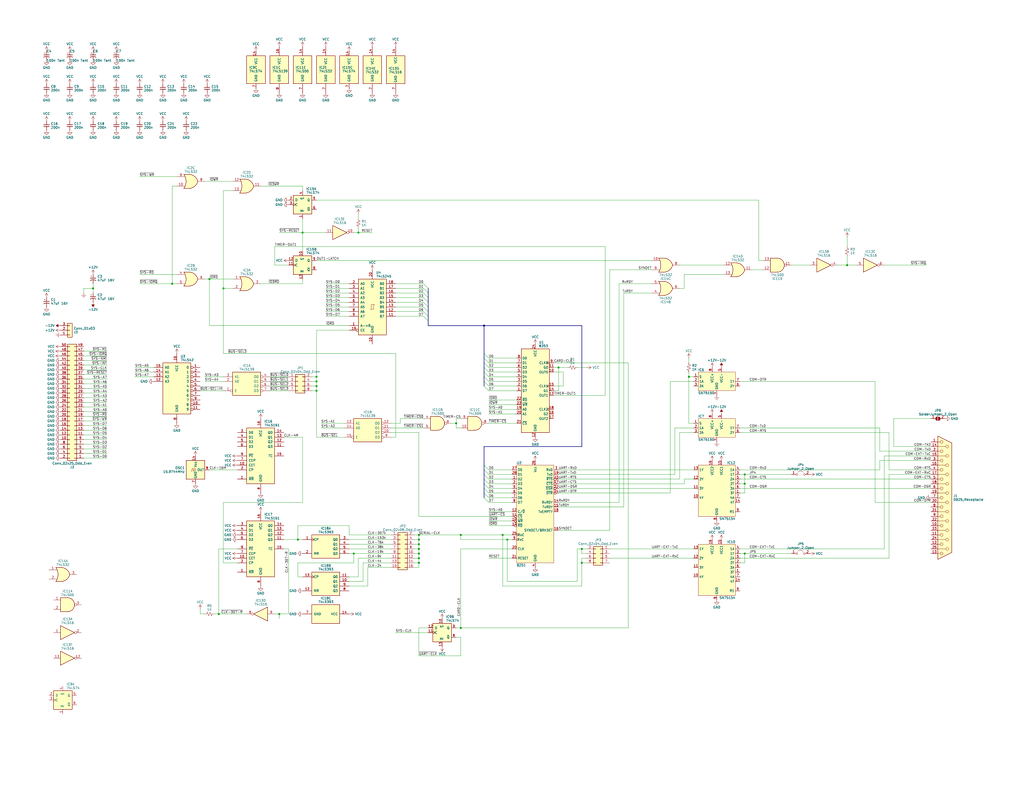
<source format=kicad_sch>
(kicad_sch (version 20230121) (generator eeschema)
  (paper "C")
  (junction (at 462.28 144.78))
  (junction (at 172.72 208.28))
  (junction (at 228.6 307.34))
  (junction (at 172.72 213.36))
  (junction (at 121.92 157.48))
  (junction (at 172.72 210.82))
  (junction (at 228.6 304.8))
  (junction (at 228.6 299.72))
  (junction (at 251.46 292.1))
  (junction (at 162.56 294.64))
  (junction (at 375.92 205.74))
  (junction (at 248.92 231.14))
  (junction (at 317.5 307.34))
  (junction (at 228.6 292.1))
  (junction (at 317.5 299.72))
  (junction (at 228.6 297.18))
  (junction (at 264.16 177.8))
  (junction (at 274.32 292.1))
  (junction (at 50.8 157.48))
  (junction (at 165.1 127))
  (junction (at 195.58 127))
  (junction (at 304.8 200.66))
  (junction (at 193.04 302.26))
  (junction (at 406.4 259.08))
  (junction (at 114.3 152.4))
  (junction (at 228.6 294.64))
  (junction (at 119.38 335.28))
  (junction (at 93.98 154.94))
  (junction (at 228.6 302.26))
  (junction (at 406.4 264.16))
  (junction (at 172.72 205.74))
  (junction (at 276.86 294.64))
  (junction (at 251.46 342.9))
  (junction (at 152.4 335.28))
  (junction (at 406.4 302.26))
  (bus_entry (at 231.14 162.56) (size 2.54 2.54))
  (bus_entry (at 264.16 261.62) (size 2.54 2.54))
  (bus_entry (at 264.16 198.12) (size 2.54 2.54))
  (bus_entry (at 264.16 195.58) (size 2.54 2.54))
  (bus_entry (at 264.16 254) (size 2.54 2.54))
  (bus_entry (at 264.16 203.2) (size 2.54 2.54))
  (bus_entry (at 231.14 157.48) (size 2.54 2.54))
  (bus_entry (at 264.16 264.16) (size 2.54 2.54))
  (bus_entry (at 231.14 154.94) (size 2.54 2.54))
  (bus_entry (at 231.14 172.72) (size 2.54 2.54))
  (bus_entry (at 264.16 271.78) (size 2.54 2.54))
  (bus_entry (at 264.16 205.74) (size 2.54 2.54))
  (bus_entry (at 264.16 210.82) (size 2.54 2.54))
  (bus_entry (at 264.16 193.04) (size 2.54 2.54))
  (bus_entry (at 231.14 165.1) (size 2.54 2.54))
  (bus_entry (at 231.14 170.18) (size 2.54 2.54))
  (bus_entry (at 231.14 167.64) (size 2.54 2.54))
  (bus_entry (at 264.16 200.66) (size 2.54 2.54))
  (bus_entry (at 264.16 269.24) (size 2.54 2.54))
  (bus_entry (at 264.16 259.08) (size 2.54 2.54))
  (bus_entry (at 264.16 256.54) (size 2.54 2.54))
  (bus_entry (at 231.14 160.02) (size 2.54 2.54))
  (bus_entry (at 264.16 266.7) (size 2.54 2.54))
  (bus_entry (at 264.16 208.28) (size 2.54 2.54))
  (wire (pts (xy 403.86 266.7) (xy 508 266.7)))
  (wire (pts (xy 231.14 162.56) (xy 215.9 162.56)))
  (wire (pts (xy 304.8 256.54) (xy 378.46 256.54)))
  (wire (pts (xy 177.8 172.72) (xy 190.5 172.72)))
  (wire (pts (xy 414.02 142.24) (xy 414.02 109.22)))
  (wire (pts (xy 58.42 196.85) (xy 45.72 196.85)))
  (wire (pts (xy 480.06 233.68) (xy 480.06 246.38)))
  (wire (pts (xy 116.84 335.28) (xy 119.38 335.28)))
  (wire (pts (xy 482.6 248.92) (xy 508 248.92)))
  (wire (pts (xy 73.66 203.2) (xy 83.82 203.2)))
  (bus (pts (xy 233.68 165.1) (xy 233.68 167.64)))
  (wire (pts (xy 317.5 307.34) (xy 320.04 307.34)))
  (wire (pts (xy 50.8 157.48) (xy 50.8 160.02)))
  (wire (pts (xy 45.72 157.48) (xy 50.8 157.48)))
  (wire (pts (xy 403.86 264.16) (xy 406.4 264.16)))
  (wire (pts (xy 121.92 193.04) (xy 121.92 157.48)))
  (wire (pts (xy 251.46 342.9) (xy 251.46 299.72)))
  (wire (pts (xy 76.2 149.86) (xy 96.52 149.86)))
  (wire (pts (xy 58.42 240.03) (xy 45.72 240.03)))
  (wire (pts (xy 251.46 347.98) (xy 251.46 358.14)))
  (wire (pts (xy 162.56 287.02) (xy 190.5 287.02)))
  (wire (pts (xy 332.74 147.32) (xy 332.74 289.56)))
  (bus (pts (xy 264.16 269.24) (xy 264.16 266.7)))
  (wire (pts (xy 462.28 139.7) (xy 462.28 144.78)))
  (wire (pts (xy 266.7 213.36) (xy 281.94 213.36)))
  (wire (pts (xy 58.42 212.09) (xy 45.72 212.09)))
  (wire (pts (xy 58.42 222.25) (xy 45.72 222.25)))
  (wire (pts (xy 332.74 299.72) (xy 378.46 299.72)))
  (wire (pts (xy 58.42 232.41) (xy 45.72 232.41)))
  (wire (pts (xy 152.4 335.28) (xy 152.4 337.82)))
  (wire (pts (xy 462.28 129.54) (xy 462.28 134.62)))
  (wire (pts (xy 485.14 236.22) (xy 485.14 256.54)))
  (wire (pts (xy 226.06 297.18) (xy 228.6 297.18)))
  (wire (pts (xy 218.44 228.6) (xy 231.14 228.6)))
  (wire (pts (xy 96.52 101.6) (xy 93.98 101.6)))
  (wire (pts (xy 403.86 307.34) (xy 406.4 307.34)))
  (wire (pts (xy 58.42 219.71) (xy 45.72 219.71)))
  (wire (pts (xy 149.86 144.78) (xy 157.48 144.78)))
  (wire (pts (xy 487.68 228.6) (xy 508 228.6)))
  (wire (pts (xy 195.58 116.84) (xy 195.58 119.38)))
  (wire (pts (xy 375.92 203.2) (xy 375.92 205.74)))
  (bus (pts (xy 264.16 254) (xy 264.16 243.84)))
  (wire (pts (xy 162.56 287.02) (xy 162.56 294.64)))
  (bus (pts (xy 264.16 208.28) (xy 264.16 210.82)))
  (wire (pts (xy 314.96 299.72) (xy 317.5 299.72)))
  (wire (pts (xy 375.92 231.14) (xy 375.92 205.74)))
  (wire (pts (xy 111.76 152.4) (xy 114.3 152.4)))
  (wire (pts (xy 172.72 210.82) (xy 172.72 208.28)))
  (wire (pts (xy 251.46 358.14) (xy 228.6 358.14)))
  (wire (pts (xy 58.42 229.87) (xy 45.72 229.87)))
  (wire (pts (xy 480.06 256.54) (xy 480.06 251.46)))
  (wire (pts (xy 152.4 127) (xy 165.1 127)))
  (wire (pts (xy 76.2 154.94) (xy 93.98 154.94)))
  (wire (pts (xy 190.5 297.18) (xy 213.36 297.18)))
  (wire (pts (xy 58.42 224.79) (xy 45.72 224.79)))
  (wire (pts (xy 477.52 208.28) (xy 477.52 274.32)))
  (wire (pts (xy 165.1 101.6) (xy 165.1 104.14)))
  (wire (pts (xy 231.14 172.72) (xy 215.9 172.72)))
  (wire (pts (xy 406.4 302.26) (xy 431.8 302.26)))
  (wire (pts (xy 337.82 154.94) (xy 337.82 274.32)))
  (wire (pts (xy 266.7 261.62) (xy 279.4 261.62)))
  (wire (pts (xy 170.18 213.36) (xy 172.72 213.36)))
  (wire (pts (xy 119.38 299.72) (xy 129.54 299.72)))
  (wire (pts (xy 302.26 203.2) (xy 307.34 203.2)))
  (wire (pts (xy 215.9 238.76) (xy 215.9 193.04)))
  (wire (pts (xy 193.04 307.34) (xy 162.56 307.34)))
  (wire (pts (xy 190.5 299.72) (xy 213.36 299.72)))
  (wire (pts (xy 121.92 307.34) (xy 121.92 274.32)))
  (bus (pts (xy 264.16 193.04) (xy 264.16 195.58)))
  (wire (pts (xy 226.06 302.26) (xy 228.6 302.26)))
  (wire (pts (xy 431.8 259.08) (xy 406.4 259.08)))
  (wire (pts (xy 231.14 154.94) (xy 215.9 154.94)))
  (wire (pts (xy 266.7 226.06) (xy 281.94 226.06)))
  (wire (pts (xy 154.94 294.64) (xy 162.56 294.64)))
  (wire (pts (xy 373.38 261.62) (xy 373.38 264.16)))
  (wire (pts (xy 251.46 233.68) (xy 248.92 233.68)))
  (wire (pts (xy 177.8 167.64) (xy 190.5 167.64)))
  (wire (pts (xy 172.72 213.36) (xy 172.72 210.82)))
  (wire (pts (xy 266.7 284.48) (xy 279.4 284.48)))
  (wire (pts (xy 266.7 205.74) (xy 281.94 205.74)))
  (wire (pts (xy 215.9 193.04) (xy 121.92 193.04)))
  (wire (pts (xy 195.58 314.96) (xy 195.58 304.8)))
  (wire (pts (xy 441.96 144.78) (xy 431.8 144.78)))
  (wire (pts (xy 193.04 127) (xy 195.58 127)))
  (wire (pts (xy 340.36 160.02) (xy 340.36 276.86)))
  (wire (pts (xy 304.8 200.66) (xy 302.26 200.66)))
  (wire (pts (xy 307.34 210.82) (xy 302.26 210.82)))
  (wire (pts (xy 58.42 214.63) (xy 45.72 214.63)))
  (wire (pts (xy 248.92 228.6) (xy 251.46 228.6)))
  (bus (pts (xy 233.68 170.18) (xy 233.68 172.72)))
  (wire (pts (xy 111.76 335.28) (xy 109.22 335.28)))
  (wire (pts (xy 266.7 218.44) (xy 281.94 218.44)))
  (wire (pts (xy 111.76 208.28) (xy 121.92 208.28)))
  (wire (pts (xy 373.38 157.48) (xy 370.84 157.48)))
  (wire (pts (xy 58.42 191.77) (xy 45.72 191.77)))
  (wire (pts (xy 274.32 292.1) (xy 279.4 292.1)))
  (wire (pts (xy 165.1 238.76) (xy 154.94 238.76)))
  (wire (pts (xy 314.96 200.66) (xy 320.04 200.66)))
  (wire (pts (xy 302.26 213.36) (xy 304.8 213.36)))
  (wire (pts (xy 228.6 342.9) (xy 233.68 342.9)))
  (wire (pts (xy 403.86 208.28) (xy 477.52 208.28)))
  (wire (pts (xy 58.42 245.11) (xy 45.72 245.11)))
  (wire (pts (xy 248.92 342.9) (xy 251.46 342.9)))
  (wire (pts (xy 410.21 147.32) (xy 416.56 147.32)))
  (wire (pts (xy 190.5 292.1) (xy 213.36 292.1)))
  (wire (pts (xy 266.7 256.54) (xy 279.4 256.54)))
  (wire (pts (xy 165.1 127) (xy 165.1 119.38)))
  (wire (pts (xy 190.5 180.34) (xy 172.72 180.34)))
  (wire (pts (xy 226.06 299.72) (xy 228.6 299.72)))
  (wire (pts (xy 73.66 205.74) (xy 83.82 205.74)))
  (wire (pts (xy 485.14 304.8) (xy 485.14 259.08)))
  (wire (pts (xy 403.86 256.54) (xy 480.06 256.54)))
  (wire (pts (xy 58.42 204.47) (xy 45.72 204.47)))
  (wire (pts (xy 251.46 342.9) (xy 342.9 342.9)))
  (wire (pts (xy 228.6 304.8) (xy 228.6 307.34)))
  (wire (pts (xy 332.74 304.8) (xy 378.46 304.8)))
  (wire (pts (xy 368.3 259.08) (xy 368.3 233.68)))
  (bus (pts (xy 264.16 205.74) (xy 264.16 208.28)))
  (wire (pts (xy 58.42 194.31) (xy 45.72 194.31)))
  (bus (pts (xy 264.16 177.8) (xy 264.16 193.04)))
  (wire (pts (xy 177.8 154.94) (xy 190.5 154.94)))
  (wire (pts (xy 111.76 205.74) (xy 121.92 205.74)))
  (wire (pts (xy 304.8 259.08) (xy 368.3 259.08)))
  (wire (pts (xy 73.66 200.66) (xy 83.82 200.66)))
  (wire (pts (xy 375.92 205.74) (xy 378.46 205.74)))
  (wire (pts (xy 177.8 160.02) (xy 190.5 160.02)))
  (wire (pts (xy 177.8 170.18) (xy 190.5 170.18)))
  (wire (pts (xy 228.6 299.72) (xy 228.6 302.26)))
  (wire (pts (xy 317.5 299.72) (xy 317.5 302.26)))
  (wire (pts (xy 276.86 294.64) (xy 276.86 317.5)))
  (wire (pts (xy 332.74 289.56) (xy 304.8 289.56)))
  (wire (pts (xy 508 243.84) (xy 487.68 243.84)))
  (wire (pts (xy 228.6 307.34) (xy 228.6 309.88)))
  (wire (pts (xy 482.6 144.78) (xy 505.46 144.78)))
  (wire (pts (xy 309.88 200.66) (xy 304.8 200.66)))
  (wire (pts (xy 228.6 292.1) (xy 251.46 292.1)))
  (wire (pts (xy 172.72 205.74) (xy 170.18 205.74)))
  (bus (pts (xy 233.68 167.64) (xy 233.68 170.18)))
  (wire (pts (xy 114.3 177.8) (xy 114.3 152.4)))
  (wire (pts (xy 228.6 358.14) (xy 228.6 342.9)))
  (wire (pts (xy 248.92 347.98) (xy 251.46 347.98)))
  (wire (pts (xy 226.06 292.1) (xy 228.6 292.1)))
  (wire (pts (xy 175.26 233.68) (xy 187.96 233.68)))
  (wire (pts (xy 251.46 299.72) (xy 279.4 299.72)))
  (wire (pts (xy 266.7 198.12) (xy 281.94 198.12)))
  (wire (pts (xy 480.06 246.38) (xy 508 246.38)))
  (wire (pts (xy 190.5 287.02) (xy 190.5 292.1)))
  (wire (pts (xy 226.06 304.8) (xy 228.6 304.8)))
  (wire (pts (xy 58.42 199.39) (xy 45.72 199.39)))
  (wire (pts (xy 162.56 307.34) (xy 162.56 314.96)))
  (wire (pts (xy 193.04 302.26) (xy 213.36 302.26)))
  (wire (pts (xy 58.42 207.01) (xy 45.72 207.01)))
  (bus (pts (xy 264.16 203.2) (xy 264.16 205.74)))
  (wire (pts (xy 228.6 297.18) (xy 228.6 299.72)))
  (wire (pts (xy 266.7 231.14) (xy 281.94 231.14)))
  (wire (pts (xy 170.18 208.28) (xy 172.72 208.28)))
  (wire (pts (xy 317.5 320.04) (xy 317.5 307.34)))
  (wire (pts (xy 157.48 205.74) (xy 147.32 205.74)))
  (wire (pts (xy 213.36 238.76) (xy 215.9 238.76)))
  (bus (pts (xy 264.16 261.62) (xy 264.16 259.08)))
  (wire (pts (xy 304.8 261.62) (xy 370.84 261.62)))
  (wire (pts (xy 142.24 101.6) (xy 165.1 101.6)))
  (wire (pts (xy 134.62 335.28) (xy 119.38 335.28)))
  (wire (pts (xy 190.5 302.26) (xy 193.04 302.26)))
  (wire (pts (xy 109.22 213.36) (xy 121.92 213.36)))
  (wire (pts (xy 342.9 342.9) (xy 342.9 198.12)))
  (wire (pts (xy 403.86 302.26) (xy 406.4 302.26)))
  (wire (pts (xy 129.54 307.34) (xy 121.92 307.34)))
  (wire (pts (xy 58.42 242.57) (xy 45.72 242.57)))
  (wire (pts (xy 368.3 233.68) (xy 378.46 233.68)))
  (wire (pts (xy 320.04 299.72) (xy 317.5 299.72)))
  (wire (pts (xy 480.06 251.46) (xy 508 251.46)))
  (wire (pts (xy 330.2 215.9) (xy 330.2 134.62)))
  (wire (pts (xy 228.6 236.22) (xy 213.36 236.22)))
  (wire (pts (xy 172.72 180.34) (xy 172.72 205.74)))
  (wire (pts (xy 248.92 231.14) (xy 248.92 228.6)))
  (wire (pts (xy 485.14 259.08) (xy 508 259.08)))
  (wire (pts (xy 403.86 261.62) (xy 508 261.62)))
  (bus (pts (xy 264.16 259.08) (xy 264.16 256.54)))
  (wire (pts (xy 403.86 304.8) (xy 485.14 304.8)))
  (wire (pts (xy 114.3 256.54) (xy 129.54 256.54)))
  (wire (pts (xy 109.22 335.28) (xy 109.22 332.74)))
  (wire (pts (xy 266.7 264.16) (xy 279.4 264.16)))
  (wire (pts (xy 332.74 147.32) (xy 355.6 147.32)))
  (wire (pts (xy 485.14 256.54) (xy 508 256.54)))
  (wire (pts (xy 162.56 314.96) (xy 165.1 314.96)))
  (wire (pts (xy 340.36 160.02) (xy 355.6 160.02)))
  (wire (pts (xy 266.7 287.02) (xy 279.4 287.02)))
  (wire (pts (xy 373.38 261.62) (xy 378.46 261.62)))
  (wire (pts (xy 406.4 264.16) (xy 406.4 259.08)))
  (wire (pts (xy 157.48 213.36) (xy 147.32 213.36)))
  (wire (pts (xy 266.7 269.24) (xy 279.4 269.24)))
  (bus (pts (xy 264.16 264.16) (xy 264.16 261.62)))
  (wire (pts (xy 373.38 149.86) (xy 394.97 149.86)))
  (wire (pts (xy 228.6 294.64) (xy 228.6 297.18)))
  (wire (pts (xy 111.76 99.06) (xy 127 99.06)))
  (wire (pts (xy 266.7 208.28) (xy 281.94 208.28)))
  (wire (pts (xy 170.18 210.82) (xy 172.72 210.82)))
  (wire (pts (xy 370.84 236.22) (xy 378.46 236.22)))
  (wire (pts (xy 121.92 157.48) (xy 127 157.48)))
  (wire (pts (xy 177.8 157.48) (xy 190.5 157.48)))
  (wire (pts (xy 228.6 292.1) (xy 228.6 294.64)))
  (wire (pts (xy 142.24 154.94) (xy 165.1 154.94)))
  (wire (pts (xy 76.2 96.52) (xy 96.52 96.52)))
  (wire (pts (xy 266.7 271.78) (xy 279.4 271.78)))
  (wire (pts (xy 406.4 269.24) (xy 406.4 264.16)))
  (wire (pts (xy 375.92 195.58) (xy 375.92 198.12)))
  (wire (pts (xy 187.96 238.76) (xy 172.72 238.76)))
  (bus (pts (xy 233.68 162.56) (xy 233.68 165.1)))
  (wire (pts (xy 304.8 266.7) (xy 378.46 266.7)))
  (wire (pts (xy 121.92 104.14) (xy 127 104.14)))
  (bus (pts (xy 317.5 177.8) (xy 264.16 177.8)))
  (wire (pts (xy 373.38 157.48) (xy 373.38 149.86)))
  (wire (pts (xy 93.98 101.6) (xy 93.98 154.94)))
  (wire (pts (xy 279.4 304.8) (xy 266.7 304.8)))
  (wire (pts (xy 304.8 276.86) (xy 340.36 276.86)))
  (wire (pts (xy 58.42 234.95) (xy 45.72 234.95)))
  (wire (pts (xy 342.9 198.12) (xy 302.26 198.12)))
  (wire (pts (xy 218.44 231.14) (xy 218.44 228.6)))
  (wire (pts (xy 165.1 294.64) (xy 162.56 294.64)))
  (wire (pts (xy 266.7 274.32) (xy 279.4 274.32)))
  (wire (pts (xy 276.86 294.64) (xy 251.46 294.64)))
  (wire (pts (xy 467.36 144.78) (xy 462.28 144.78)))
  (bus (pts (xy 233.68 172.72) (xy 233.68 175.26)))
  (wire (pts (xy 403.86 233.68) (xy 480.06 233.68)))
  (wire (pts (xy 149.86 335.28) (xy 152.4 335.28)))
  (wire (pts (xy 266.7 210.82) (xy 281.94 210.82)))
  (wire (pts (xy 266.7 279.4) (xy 279.4 279.4)))
  (bus (pts (xy 264.16 195.58) (xy 264.16 198.12)))
  (wire (pts (xy 378.46 208.28) (xy 365.76 208.28)))
  (wire (pts (xy 406.4 259.08) (xy 403.86 259.08)))
  (wire (pts (xy 165.1 274.32) (xy 165.1 238.76)))
  (wire (pts (xy 200.66 309.88) (xy 213.36 309.88)))
  (bus (pts (xy 264.16 243.84) (xy 317.5 243.84)))
  (wire (pts (xy 487.68 243.84) (xy 487.68 228.6)))
  (bus (pts (xy 233.68 175.26) (xy 233.68 177.8)))
  (wire (pts (xy 231.14 165.1) (xy 215.9 165.1)))
  (wire (pts (xy 226.06 307.34) (xy 228.6 307.34)))
  (wire (pts (xy 406.4 307.34) (xy 406.4 302.26)))
  (wire (pts (xy 302.26 215.9) (xy 330.2 215.9)))
  (wire (pts (xy 200.66 320.04) (xy 200.66 309.88)))
  (wire (pts (xy 157.48 299.72) (xy 154.94 299.72)))
  (bus (pts (xy 233.68 177.8) (xy 264.16 177.8)))
  (wire (pts (xy 274.32 292.1) (xy 274.32 320.04)))
  (wire (pts (xy 226.06 294.64) (xy 228.6 294.64)))
  (wire (pts (xy 228.6 302.26) (xy 228.6 304.8)))
  (wire (pts (xy 190.5 317.5) (xy 198.12 317.5)))
  (wire (pts (xy 231.14 170.18) (xy 215.9 170.18)))
  (wire (pts (xy 403.86 299.72) (xy 482.6 299.72)))
  (bus (pts (xy 264.16 256.54) (xy 264.16 254)))
  (wire (pts (xy 266.7 220.98) (xy 281.94 220.98)))
  (wire (pts (xy 149.86 134.62) (xy 149.86 144.78)))
  (wire (pts (xy 304.8 264.16) (xy 373.38 264.16)))
  (wire (pts (xy 365.76 269.24) (xy 304.8 269.24)))
  (wire (pts (xy 50.8 154.94) (xy 50.8 157.48)))
  (wire (pts (xy 121.92 157.48) (xy 121.92 104.14)))
  (wire (pts (xy 314.96 317.5) (xy 314.96 299.72)))
  (bus (pts (xy 233.68 160.02) (xy 233.68 162.56)))
  (bus (pts (xy 264.16 200.66) (xy 264.16 203.2)))
  (wire (pts (xy 157.48 208.28) (xy 147.32 208.28)))
  (bus (pts (xy 233.68 157.48) (xy 233.68 160.02)))
  (wire (pts (xy 198.12 317.5) (xy 198.12 307.34)))
  (wire (pts (xy 58.42 247.65) (xy 45.72 247.65)))
  (wire (pts (xy 462.28 144.78) (xy 457.2 144.78)))
  (wire (pts (xy 190.5 314.96) (xy 195.58 314.96)))
  (bus (pts (xy 264.16 198.12) (xy 264.16 200.66)))
  (wire (pts (xy 172.72 142.24) (xy 355.6 142.24)))
  (wire (pts (xy 416.56 142.24) (xy 414.02 142.24)))
  (bus (pts (xy 317.5 243.84) (xy 317.5 177.8)))
  (wire (pts (xy 370.84 261.62) (xy 370.84 236.22)))
  (wire (pts (xy 365.76 208.28) (xy 365.76 269.24)))
  (wire (pts (xy 119.38 335.28) (xy 119.38 299.72)))
  (wire (pts (xy 266.7 200.66) (xy 281.94 200.66)))
  (wire (pts (xy 231.14 233.68) (xy 213.36 233.68)))
  (wire (pts (xy 172.72 238.76) (xy 172.72 213.36)))
  (wire (pts (xy 165.1 152.4) (xy 165.1 154.94)))
  (wire (pts (xy 228.6 281.94) (xy 228.6 236.22)))
  (wire (pts (xy 177.8 162.56) (xy 190.5 162.56)))
  (wire (pts (xy 231.14 160.02) (xy 215.9 160.02)))
  (wire (pts (xy 193.04 302.26) (xy 193.04 307.34)))
  (wire (pts (xy 274.32 320.04) (xy 317.5 320.04)))
  (wire (pts (xy 403.86 236.22) (xy 485.14 236.22)))
  (wire (pts (xy 307.34 203.2) (xy 307.34 210.82)))
  (wire (pts (xy 337.82 274.32) (xy 304.8 274.32)))
  (wire (pts (xy 266.7 223.52) (xy 281.94 223.52)))
  (wire (pts (xy 114.3 152.4) (xy 127 152.4)))
  (wire (pts (xy 317.5 304.8) (xy 320.04 304.8)))
  (wire (pts (xy 157.48 210.82) (xy 147.32 210.82)))
  (wire (pts (xy 213.36 231.14) (xy 218.44 231.14)))
  (bus (pts (xy 264.16 271.78) (xy 264.16 269.24)))
  (wire (pts (xy 157.48 335.28) (xy 157.48 299.72)))
  (wire (pts (xy 251.46 292.1) (xy 274.32 292.1)))
  (wire (pts (xy 165.1 127) (xy 165.1 137.16)))
  (wire (pts (xy 195.58 127) (xy 203.2 127)))
  (wire (pts (xy 266.7 259.08) (xy 279.4 259.08)))
  (wire (pts (xy 231.14 167.64) (xy 215.9 167.64)))
  (wire (pts (xy 266.7 266.7) (xy 279.4 266.7)))
  (wire (pts (xy 177.8 127) (xy 165.1 127)))
  (wire (pts (xy 355.6 154.94) (xy 337.82 154.94)))
  (wire (pts (xy 251.46 294.64) (xy 251.46 292.1)))
  (wire (pts (xy 195.58 124.46) (xy 195.58 127)))
  (wire (pts (xy 190.5 320.04) (xy 200.66 320.04)))
  (wire (pts (xy 93.98 154.94) (xy 96.52 154.94)))
  (wire (pts (xy 482.6 299.72) (xy 482.6 248.92)))
  (wire (pts (xy 175.26 231.14) (xy 187.96 231.14)))
  (wire (pts (xy 58.42 227.33) (xy 45.72 227.33)))
  (wire (pts (xy 45.72 160.02) (xy 45.72 157.48)))
  (wire (pts (xy 403.86 269.24) (xy 406.4 269.24)))
  (wire (pts (xy 317.5 302.26) (xy 320.04 302.26)))
  (wire (pts (xy 317.5 304.8) (xy 317.5 307.34)))
  (wire (pts (xy 58.42 201.93) (xy 45.72 201.93)))
  (wire (pts (xy 370.84 144.78) (xy 394.97 144.78)))
  (wire (pts (xy 330.2 134.62) (xy 149.86 134.62)))
  (wire (pts (xy 190.5 177.8) (xy 114.3 177.8)))
  (wire (pts (xy 152.4 335.28) (xy 157.48 335.28)))
  (wire (pts (xy 58.42 250.19) (xy 45.72 250.19)))
  (wire (pts (xy 279.4 281.94) (xy 228.6 281.94)))
  (wire (pts (xy 58.42 209.55) (xy 45.72 209.55)))
  (wire (pts (xy 172.72 208.28) (xy 172.72 205.74)))
  (wire (pts (xy 246.38 231.14) (xy 248.92 231.14)))
  (wire (pts (xy 378.46 231.14) (xy 375.92 231.14)))
  (wire (pts (xy 215.9 345.44) (xy 233.68 345.44)))
  (wire (pts (xy 231.14 157.48) (xy 215.9 157.48)))
  (wire (pts (xy 304.8 213.36) (xy 304.8 200.66)))
  (wire (pts (xy 198.12 307.34) (xy 213.36 307.34)))
  (wire (pts (xy 477.52 274.32) (xy 508 274.32)))
  (wire (pts (xy 266.7 203.2) (xy 281.94 203.2)))
  (wire (pts (xy 195.58 304.8) (xy 213.36 304.8)))
  (bus (pts (xy 264.16 266.7) (xy 264.16 264.16)))
  (wire (pts (xy 276.86 317.5) (xy 314.96 317.5)))
  (wire (pts (xy 248.92 233.68) (xy 248.92 231.14)))
  (wire (pts (xy 226.06 309.88) (xy 228.6 309.88)))
  (wire (pts (xy 279.4 294.64) (xy 276.86 294.64)))
  (wire (pts (xy 172.72 109.22) (xy 414.02 109.22)))
  (wire (pts (xy 121.92 274.32) (xy 165.1 274.32)))
  (wire (pts (xy 58.42 217.17) (xy 45.72 217.17)))
  (wire (pts (xy 177.8 165.1) (xy 190.5 165.1)))
  (wire (pts (xy 266.7 195.58) (xy 281.94 195.58)))
  (wire (pts (xy 190.5 294.64) (xy 213.36 294.64)))
  (wire (pts (xy 58.42 237.49) (xy 45.72 237.49)))
  (label "SYNDET" (at 304.8 289.56 0))
  (label "UART-EXT-RxC" (at 355.6 304.8 0))
  (label "SERIAL-CLK" (at 228.6 292.1 0))
  (label "~{BUS-SEL}" (at 175.26 238.76 0))
  (label "RxRDY" (at 345.44 154.94 180))
  (label "~{SYS-RESET}" (at 58.42 204.47 180))
  (label "D0" (at 231.14 154.94 180))
  (label "~{IORD}" (at 266.7 218.44 0))
  (label "CLK-16M" (at 114.3 256.54 0))
  (label "COM-DTR" (at 508 274.32 180))
  (label "JP5" (at 408.94 302.26 0))
  (label "~{SYS-WR}" (at 76.2 96.52 0))
  (label "~{IOWR}" (at 266.7 220.98 0))
  (label "SYS-A0" (at 266.7 279.4 0))
  (label "SYS-D4" (at 177.8 165.1 0))
  (label "COM-EXT-TxC" (at 408.94 299.72 0))
  (label "OUT1-LATCH" (at 172.72 142.24 0))
  (label "~{SYS-WR}" (at 58.42 229.87 180))
  (label "CLK-76k" (at 200.66 297.18 0))
  (label "~{IOWR}" (at 114.3 99.06 0))
  (label "SYS-D1" (at 177.8 157.48 0))
  (label "COM-RxD" (at 408.94 256.54 0))
  (label "~{BUS-SEL1}" (at 147.32 208.28 0))
  (label "SYS-D5" (at 58.42 237.49 180))
  (label "CLK-307k" (at 200.66 292.1 0))
  (label "CARD-CLK" (at 251.46 336.55 90))
  (label "SYS-A1" (at 175.26 231.14 0))
  (label "CLK-38k" (at 200.66 299.72 0))
  (label "CLK-153k" (at 200.66 294.64 0))
  (label "SYS-A4" (at 111.76 208.28 0))
  (label "COM-TX2" (at 508 243.84 180))
  (label "UART-RTS" (at 304.8 261.62 0))
  (label "SYS-A3" (at 111.76 205.74 0))
  (label "UART-TxD" (at 304.8 259.08 0))
  (label "SYS-A2" (at 58.42 219.71 180))
  (label "~{UART-CS}" (at 266.7 281.94 0))
  (label "SYS-A1" (at 266.7 226.06 0))
  (label "COM-CTS" (at 508 261.62 180))
  (label "SYS-D4" (at 58.42 240.03 180))
  (label "D5" (at 231.14 167.64 180))
  (label "SYS-A4" (at 58.42 214.63 180))
  (label "COM-DTR" (at 408.94 208.28 0))
  (label "UART-CTS" (at 304.8 264.16 0))
  (label "~{SYS-RD}" (at 58.42 227.33 180))
  (label "D7" (at 266.7 274.32 0))
  (label "~{TIMER-CS}" (at 266.7 231.14 0))
  (label "~{TIMER-CS0}" (at 231.14 228.6 180))
  (label "~{SYS-IORQ}" (at 76.2 154.94 0))
  (label "COM-DSR" (at 508 266.7 180))
  (label "D7" (at 266.7 213.36 0))
  (label "SYS-D7" (at 177.8 172.72 0))
  (label "CARD-CLK" (at 302.26 198.12 0))
  (label "UART-EXT-TxC" (at 355.6 299.72 0))
  (label "CLK-2k" (at 200.66 309.88 0))
  (label "COM-TxD" (at 508 246.38 180))
  (label "SYS-D3" (at 177.8 162.56 0))
  (label "COM-CTS" (at 408.94 261.62 0))
  (label "SYS-A5" (at 73.66 200.66 0))
  (label "UART-DTR" (at 304.8 269.24 0))
  (label "D6" (at 266.7 271.78 0))
  (label "CLK-9k" (at 200.66 304.8 0))
  (label "~{SYS-RD}" (at 76.2 149.86 0))
  (label "COM-RTS" (at 508 256.54 180))
  (label "~{SYS-INT}" (at 58.42 199.39 180))
  (label "~{IO3RD}" (at 152.4 154.94 180))
  (label "~{IO3WR}" (at 152.4 101.6 180))
  (label "COM-EXT-RxC" (at 508 259.08 180))
  (label "D3" (at 266.7 203.2 0))
  (label "SYS-A6" (at 73.66 203.2 0))
  (label "SYS-D3" (at 58.42 242.57 180))
  (label "D4" (at 231.14 165.1 180))
  (label "D2" (at 266.7 261.62 0))
  (label "~{SYS-RESET}" (at 152.4 127 0))
  (label "SYS-A0" (at 58.42 224.79 180))
  (label "D3" (at 266.7 264.16 0))
  (label "D1" (at 266.7 259.08 0))
  (label "~{SYS-NMI}" (at 58.42 196.85 180))
  (label "~{UART-CLK}" (at 228.6 358.14 0))
  (label "SYS-CLK" (at 58.42 201.93 180))
  (label "SYS-A2" (at 175.26 233.68 0))
  (label "D1" (at 266.7 198.12 0))
  (label "SYS-D1" (at 58.42 247.65 180))
  (label "D4" (at 266.7 266.7 0))
  (label "TIMER-OUT1" (at 149.86 134.62 0))
  (label "SYS-A6" (at 58.42 209.55 180))
  (label "SYS-D7" (at 58.42 232.41 180))
  (label "SYS-D5" (at 177.8 167.64 0))
  (label "~{BUS-SEL3}" (at 124.46 193.04 0))
  (label "RxRDY" (at 304.8 274.32 0))
  (label "D7" (at 231.14 172.72 180))
  (label "D0" (at 266.7 256.54 0))
  (label "D3" (at 231.14 162.56 180))
  (label "SYS-A1" (at 58.42 222.25 180))
  (label "D6" (at 266.7 210.82 0))
  (label "CLK-4k" (at 200.66 307.34 0))
  (label "COM-EXT-TxC" (at 508 248.92 180))
  (label "JP4" (at 408.94 259.08 0))
  (label "D1" (at 231.14 157.48 180))
  (label "TxRDY" (at 304.8 276.86 0))
  (label "~{CLK-307-R}" (at 120.65 335.28 0))
  (label "D4" (at 266.7 205.74 0))
  (label "D6" (at 231.14 170.18 180))
  (label "SYS-D0" (at 177.8 154.94 0))
  (label "COM-TxD" (at 408.94 233.68 0))
  (label "TxRDY" (at 345.44 160.02 180))
  (label "SYS-A7" (at 58.42 207.01 180))
  (label "~{BUS-SEL2}" (at 147.32 210.82 0))
  (label "COM-RTS" (at 408.94 236.22 0))
  (label "~{BUS-SEL3}" (at 147.32 213.36 0))
  (label "COM-RxD" (at 508 251.46 180))
  (label "COM-EXT-RxC" (at 408.94 304.8 0))
  (label "~{IORD}" (at 266.7 287.02 0))
  (label "D5" (at 266.7 269.24 0))
  (label "RESET" (at 203.2 127 180))
  (label "SYS-A7" (at 73.66 205.74 0))
  (label "D2" (at 231.14 160.02 180))
  (label "RESET" (at 266.7 304.8 0))
  (label "SYS-D6" (at 177.8 170.18 0))
  (label "SYS-D6" (at 58.42 234.95 180))
  (label "CLK-4M" (at 154.94 238.76 0))
  (label "~{BUS-SEL0}" (at 147.32 205.74 0))
  (label "COM-DSR" (at 408.94 266.7 0))
  (label "~{BUS-SEL-HI}" (at 109.22 213.36 0))
  (label "SYS-D2" (at 177.8 160.02 0))
  (label "~{SYS-IRQ}" (at 505.46 144.78 180))
  (label "TIMER-OUT1" (at 302.26 215.9 0))
  (label "D0" (at 266.7 195.58 0))
  (label "SYNDET" (at 355.6 147.32 180))
  (label "CLK-307-R" (at 157.48 300.99 270))
  (label "SYS-A5" (at 58.42 212.09 180))
  (label "~{SYS-M1}" (at 58.42 191.77 180))
  (label "UART-DSR" (at 304.8 266.7 0))
  (label "~{IORD}" (at 177.8 177.8 0))
  (label "SYS-CLK" (at 215.9 345.44 0))
  (label "~{IORD}" (at 114.3 152.4 0))
  (label "SYS-D0" (at 58.42 250.19 180))
  (label "TIMER-CS" (at 251.46 228.6 180))
  (label "~{TIMER-CS1}" (at 231.14 233.68 180))
  (label "~{IOWR}" (at 266.7 284.48 0))
  (label "~{SYS-IORQ}" (at 58.42 194.31 180))
  (label "D2" (at 266.7 200.66 0))
  (label "D5" (at 266.7 208.28 0))
  (label "CLK-19k" (at 200.66 302.26 0))
  (label "UART-RxD" (at 304.8 256.54 0))
  (label "SYS-D2" (at 58.42 245.11 180))
  (label "SYS-A3" (at 58.42 217.17 180))
  (label "SYS-A0" (at 266.7 223.52 0))
  (symbol (lib_id "power:VCC") (at 76.2 45.72 0) (mirror y) (unit 1)
    (property "Reference" "#PWR0101" (effects hide))
    (property "Value" "VCC" (at 76.2 41.775 0))
  )
  (symbol (lib_id "74xx:74LS74") (at 190.5 38.1 0) (unit 3)
    (property "Reference" "IC15" (at 186.69 36.83 0) (effects (justify left)))
    (property "Value" "74LS74" (at 186.69 38.878 0) (effects (justify left)))
    (property "Datasheet" "74xx/74hc_hct74.pdf" (effects hide))
  )
  (symbol (lib_id "power:+12V") (at 33.02 180.34 90) (unit 1)
    (property "Reference" "#PWR077" (effects hide))
    (property "Value" "+12V" (at 29.845 180.34 90) (effects (justify left)))
  )
  (symbol (lib_id "Device:C_Polarized_Small_US") (at 25.4 30.48 0) (unit 1)
    (property "Reference" "C4" (at 25.4 27.94 0) (effects (justify left)))
    (property "Value" "100n Tant" (at 25.4 33.02 0) (effects (justify left)))
    (property "Footprint" "Capacitor_THT:C_Disc_D4.7mm_W2.5mm_P5.00mm" (effects hide))
  )
  (symbol (lib_id "Device:C_Polarized_Small_US") (at 25.4 165.1 0) (unit 1)
    (property "Reference" "C1" (at 27.7114 163.6442 0) (effects (justify left)))
    (property "Value" "47uF 16V" (at 27.7114 165.6922 0) (effects (justify left)))
    (property "Footprint" "Capacitor_THT:CP_Radial_D6.3mm_P2.50mm" (effects hide))
  )
  (symbol (lib_id "74xx:74LS00") (at 238.76 231.14 0) (unit 2)
    (property "Reference" "IC11" (at 238.7517 223.75 0))
    (property "Value" "74LS00" (at 238.7517 225.798 0))
    (property "Datasheet" "http://www.ti.com/lit/gpn/sn74ls00" (effects hide))
  )
  (symbol (lib_id "power:GND") (at 129.54 294.64 270) (unit 1)
    (property "Reference" "#PWR08" (effects hide))
    (property "Value" "GND" (at 126.3651 294.64 90) (effects (justify right)))
  )
  (symbol (lib_id "power:VCC") (at 25.4 66.04 0) (mirror y) (unit 1)
    (property "Reference" "#PWR0109" (effects hide))
    (property "Value" "VCC" (at 25.4 62.095 0))
  )
  (symbol (lib_id "power:GND") (at 83.82 208.28 270) (unit 1)
    (property "Reference" "#PWR027" (effects hide))
    (property "Value" "GND" (at 80.6451 208.28 90) (effects (justify right)))
  )
  (symbol (lib_id "power:GND") (at 96.52 231.14 0) (unit 1)
    (property "Reference" "#PWR026" (effects hide))
    (property "Value" "GND" (at 96.52 235.085 0))
  )
  (symbol (lib_id "Device:C_Small") (at 25.4 48.26 0) (unit 1)
    (property "Reference" "C8" (at 27.7241 47.2423 0) (effects (justify left)))
    (property "Value" "200n" (at 27.7241 49.2903 0) (effects (justify left)))
    (property "Footprint" "Capacitor_THT:C_Rect_L10.0mm_W2.5mm_P7.50mm_MKS4" (effects hide))
  )
  (symbol (lib_id "FS203A:SN75154") (at 391.16 297.18 0) (mirror y) (unit 1)
    (property "Reference" "IC10" (at 401.32 295.91 0) (effects (justify left)))
    (property "Value" "SN75154" (at 401.32 326.39 0) (effects (justify left)))
  )
  (symbol (lib_id "Device:C_Small") (at 38.1 48.26 0) (unit 1)
    (property "Reference" "C9" (at 40.4241 47.2423 0) (effects (justify left)))
    (property "Value" "200n" (at 40.4241 49.2903 0) (effects (justify left)))
    (property "Footprint" "Capacitor_THT:C_Rect_L10.0mm_W2.5mm_P7.50mm_MKS4" (effects hide))
  )
  (symbol (lib_id "power:VCC") (at 393.7 251.46 0) (mirror y) (unit 1)
    (property "Reference" "#PWR047" (effects hide))
    (property "Value" "VCC" (at 393.7 247.515 0))
  )
  (symbol (lib_id "power:VCC") (at 393.7 294.64 0) (mirror y) (unit 1)
    (property "Reference" "#PWR043" (effects hide))
    (property "Value" "VCC" (at 393.7 290.695 0))
  )
  (symbol (lib_id "power:GND") (at 165.1 322.58 270) (unit 1)
    (property "Reference" "#PWR02" (effects hide))
    (property "Value" "GND" (at 161.9251 322.58 90) (effects (justify right)))
  )
  (symbol (lib_id "power:VCC") (at 152.4 25.4 0) (mirror y) (unit 1)
    (property "Reference" "#PWR0124" (effects hide))
    (property "Value" "VCC" (at 152.4 21.455 0))
  )
  (symbol (lib_id "74xx:74LS32") (at 363.22 144.78 0) (mirror x) (unit 3)
    (property "Reference" "IC14" (at 363.22 152.17 0))
    (property "Value" "74LS32" (at 363.22 150.122 0))
    (property "Datasheet" "http://www.ti.com/lit/gpn/sn74LS32" (effects hide))
  )
  (symbol (lib_id "Device:C_Small") (at 100.33 48.26 0) (unit 1)
    (property "Reference" "C14" (at 102.6541 47.2423 0) (effects (justify left)))
    (property "Value" "200n" (at 102.6541 49.2903 0) (effects (justify left)))
    (property "Footprint" "Capacitor_THT:C_Rect_L10.0mm_W2.5mm_P7.50mm_MKS4" (effects hide))
  )
  (symbol (lib_id "74xx:74LS42") (at 96.52 210.82 0) (unit 1)
    (property "Reference" "U3" (at 98.4759 194.54 0) (effects (justify left)))
    (property "Value" "74LS42" (at 98.4759 196.588 0) (effects (justify left)))
    (property "Datasheet" "http://www.ti.com/lit/gpn/sn74LS42" (effects hide))
  )
  (symbol (lib_id "power:GND") (at 38.1 50.8 0) (mirror y) (unit 1)
    (property "Reference" "#PWR096" (effects hide))
    (property "Value" "GND" (at 38.1 54.745 0))
  )
  (symbol (lib_id "power:GND") (at 292.1 309.88 0) (unit 1)
    (property "Reference" "#PWR025" (effects hide))
    (property "Value" "GND" (at 292.1 313.825 0))
  )
  (symbol (lib_id "Device:C_Small") (at 88.9 68.58 0) (unit 1)
    (property "Reference" "C21" (at 91.2241 67.5623 0) (effects (justify left)))
    (property "Value" "200n" (at 91.2241 69.6103 0) (effects (justify left)))
    (property "Footprint" "Capacitor_THT:C_Rect_L10.0mm_W2.5mm_P7.50mm_MKS4" (effects hide))
  )
  (symbol (lib_id "Device:C_Polarized_Small_US") (at 50.8 162.56 0) (unit 1)
    (property "Reference" "C2" (at 53.1114 161.1042 0) (effects (justify left)))
    (property "Value" "47uF 16V" (at 53.1114 163.1522 0) (effects (justify left)))
    (property "Footprint" "Capacitor_THT:CP_Radial_D6.3mm_P2.50mm" (effects hide))
  )
  (symbol (lib_id "power:GND") (at 88.9 50.8 0) (mirror y) (unit 1)
    (property "Reference" "#PWR0104" (effects hide))
    (property "Value" "GND" (at 88.9 54.745 0))
  )
  (symbol (lib_id "power:VCC") (at 203.2 25.4 0) (mirror y) (unit 1)
    (property "Reference" "#PWR0128" (effects hide))
    (property "Value" "VCC" (at 203.2 21.455 0))
  )
  (symbol (lib_id "power:GND") (at 63.5 50.8 0) (mirror y) (unit 1)
    (property "Reference" "#PWR0100" (effects hide))
    (property "Value" "GND" (at 63.5 54.745 0))
  )
  (symbol (lib_id "power:GND") (at 139.7 48.26 0) (mirror y) (unit 1)
    (property "Reference" "#PWR0129" (effects hide))
    (property "Value" "GND" (at 139.7 52.205 0))
  )
  (symbol (lib_id "Device:C_Small") (at 38.1 68.58 0) (unit 1)
    (property "Reference" "C17" (at 40.4241 67.5623 0) (effects (justify left)))
    (property "Value" "200n" (at 40.4241 69.6103 0) (effects (justify left)))
    (property "Footprint" "Capacitor_THT:C_Rect_L10.0mm_W2.5mm_P7.50mm_MKS4" (effects hide))
  )
  (symbol (lib_id "power:GND") (at 33.02 232.41 270) (unit 1)
    (property "Reference" "#PWR059" (effects hide))
    (property "Value" "GND" (at 29.845 232.41 90) (effects (justify right)))
  )
  (symbol (lib_id "power:GND") (at 215.9 50.8 0) (mirror y) (unit 1)
    (property "Reference" "#PWR0136" (effects hide))
    (property "Value" "GND" (at 215.9 54.745 0))
  )
  (symbol (lib_id "power:+12V") (at 388.62 226.06 0) (unit 1)
    (property "Reference" "#PWR041" (effects hide))
    (property "Value" "+12V" (at 388.62 222.115 0))
  )
  (symbol (lib_id "Device:C_Small") (at 76.2 68.58 0) (unit 1)
    (property "Reference" "C20" (at 78.5241 67.5623 0) (effects (justify left)))
    (property "Value" "200n" (at 78.5241 69.6103 0) (effects (justify left)))
    (property "Footprint" "Capacitor_THT:C_Rect_L10.0mm_W2.5mm_P7.50mm_MKS4" (effects hide))
  )
  (symbol (lib_id "power:GND") (at 113.03 50.8 0) (mirror y) (unit 1)
    (property "Reference" "#PWR0108" (effects hide))
    (property "Value" "GND" (at 113.03 54.745 0))
  )
  (symbol (lib_id "74xx:74LS245") (at 203.2 167.64 0) (unit 1)
    (property "Reference" "U4" (at 205.1559 148.82 0) (effects (justify left)))
    (property "Value" "74LS245" (at 205.1559 150.868 0) (effects (justify left)))
    (property "Datasheet" "http://www.ti.com/lit/gpn/sn74LS245" (effects hide))
  )
  (symbol (lib_id "74xx:74LS161") (at 142.24 248.92 0) (unit 1)
    (property "Reference" "IC16" (at 144.1959 230.1 0) (effects (justify left)))
    (property "Value" "74LS161" (at 144.1959 232.148 0) (effects (justify left)))
    (property "Datasheet" "http://www.ti.com/lit/gpn/sn74LS161" (effects hide))
  )
  (symbol (lib_id "power:VCC") (at 76.2 66.04 0) (mirror y) (unit 1)
    (property "Reference" "#PWR0117" (effects hide))
    (property "Value" "VCC" (at 76.2 62.095 0))
  )
  (symbol (lib_id "Device:C_Polarized_Small_US") (at 38.1 30.48 0) (unit 1)
    (property "Reference" "C5" (at 38.1 27.94 0) (effects (justify left)))
    (property "Value" "100n Tant" (at 38.1 33.02 0) (effects (justify left)))
    (property "Footprint" "Capacitor_THT:C_Disc_D4.7mm_W2.5mm_P5.00mm" (effects hide))
  )
  (symbol (lib_id "Connector_Generic:Conn_01x03") (at 38.1 180.34 0) (mirror x) (unit 1)
    (property "Reference" "J3" (at 40.132 181.364 0) (effects (justify left)))
    (property "Value" "Conn_01x03" (at 40.132 179.316 0) (effects (justify left)))
  )
  (symbol (lib_id "power:GND") (at 33.02 207.01 270) (unit 1)
    (property "Reference" "#PWR069" (effects hide))
    (property "Value" "GND" (at 29.845 207.01 90) (effects (justify right)))
  )
  (symbol (lib_id "power:GND") (at 25.4 50.8 0) (mirror y) (unit 1)
    (property "Reference" "#PWR094" (effects hide))
    (property "Value" "GND" (at 25.4 54.745 0))
  )
  (symbol (lib_id "Connector_Generic:Conn_02x25_Odd_Even") (at 40.64 219.71 180) (unit 1)
    (property "Reference" "J2" (at 39.37 255.04 0))
    (property "Value" "Conn_02x25_Odd_Even" (at 39.37 252.992 0))
  )
  (symbol (lib_id "power:GND") (at 76.2 71.12 0) (mirror y) (unit 1)
    (property "Reference" "#PWR0118" (effects hide))
    (property "Value" "GND" (at 76.2 75.065 0))
  )
  (symbol (lib_id "power:VCC") (at 129.54 254 90) (unit 1)
    (property "Reference" "#PWR018" (effects hide))
    (property "Value" "VCC" (at 126.365 254 90) (effects (justify left)))
  )
  (symbol (lib_id "power:GND") (at 63.5 71.12 0) (mirror y) (unit 1)
    (property "Reference" "#PWR0116" (effects hide))
    (property "Value" "GND" (at 63.5 75.065 0))
  )
  (symbol (lib_id "power:GND") (at 50.8 33.02 0) (mirror y) (unit 1)
    (property "Reference" "#PWR090" (effects hide))
    (property "Value" "GND" (at 50.8 36.965 0))
  )
  (symbol (lib_id "power:GND") (at 100.33 50.8 0) (mirror y) (unit 1)
    (property "Reference" "#PWR0106" (effects hide))
    (property "Value" "GND" (at 100.33 54.745 0))
  )
  (symbol (lib_id "power:VCC") (at 88.9 45.72 0) (mirror y) (unit 1)
    (property "Reference" "#PWR0103" (effects hide))
    (property "Value" "VCC" (at 88.9 41.775 0))
  )
  (symbol (lib_id "74xx:74LS393") (at 177.8 297.18 0) (unit 1)
    (property "Reference" "IC18" (at 177.8 288.52 0))
    (property "Value" "74LS393" (at 177.8 290.568 0))
    (property "Datasheet" "74xx\\74LS393.pdf" (effects hide))
  )
  (symbol (lib_id "power:GND") (at 391.16 284.48 0) (mirror y) (unit 1)
    (property "Reference" "#PWR045" (effects hide))
    (property "Value" "GND" (at 391.16 288.425 0))
  )
  (symbol (lib_id "Device:C_Polarized_Small_US") (at 63.5 30.48 0) (unit 1)
    (property "Reference" "C7" (at 63.5 27.94 0) (effects (justify left)))
    (property "Value" "100n Tant" (at 63.5 33.02 0) (effects (justify left)))
    (property "Footprint" "Capacitor_THT:C_Disc_D4.7mm_W2.5mm_P5.00mm" (effects hide))
  )
  (symbol (lib_id "power:VCC") (at 100.33 45.72 0) (mirror y) (unit 1)
    (property "Reference" "#PWR0105" (effects hide))
    (property "Value" "VCC" (at 100.33 41.775 0))
  )
  (symbol (lib_id "power:GND") (at 33.02 250.19 270) (unit 1)
    (property "Reference" "#PWR054" (effects hide))
    (property "Value" "GND" (at 29.845 250.19 90) (effects (justify right)))
  )
  (symbol (lib_id "power:VCC") (at 190.5 27.94 0) (mirror y) (unit 1)
    (property "Reference" "#PWR0127" (effects hide))
    (property "Value" "VCC" (at 190.5 23.995 0))
  )
  (symbol (lib_id "power:GND") (at 33.02 237.49 270) (unit 1)
    (property "Reference" "#PWR057" (effects hide))
    (property "Value" "GND" (at 29.845 237.49 90) (effects (justify right)))
  )
  (symbol (lib_id "power:Earth") (at 33.02 182.88 270) (unit 1)
    (property "Reference" "#PWR078" (effects hide))
    (property "Value" "Earth" (effects hide))
  )
  (symbol (lib_id "power:GND") (at 33.02 245.11 270) (unit 1)
    (property "Reference" "#PWR?" (effects hide))
    (property "Value" "GND" (at 29.845 245.11 90) (effects (justify right)))
  )
  (symbol (lib_id "Jumper:SolderJumper_2_Open") (at 511.81 228.6 0) (unit 1)
    (property "Reference" "JP6" (at 511.81 224.131 0))
    (property "Value" "SolderJumper_2_Open" (at 511.81 226.179 0))
  )
  (symbol (lib_id "power:GND") (at 33.02 227.33 270) (unit 1)
    (property "Reference" "#PWR061" (effects hide))
    (property "Value" "GND" (at 29.845 227.33 90) (effects (justify right)))
  )
  (symbol (lib_id "74xx:74LS32") (at 104.14 152.4 0) (unit 2)
    (property "Reference" "IC2" (at 104.14 145.01 0))
    (property "Value" "74LS32" (at 104.14 147.058 0))
    (property "Datasheet" "http://www.ti.com/lit/gpn/sn74LS32" (effects hide))
  )
  (symbol (lib_id "Device:R_Small_US") (at 312.42 200.66 90) (unit 1)
    (property "Reference" "R1" (at 312.42 196.191 90))
    (property "Value" "1K" (at 312.42 198.239 90))
  )
  (symbol (lib_id "Jumper:Jumper_2_Open") (at 436.88 259.08 0) (unit 1)
    (property "Reference" "JP4" (at 436.88 253.849 0))
    (property "Value" "Jumper_2_Open" (at 436.88 255.897 0))
  )
  (symbol (lib_id "power:GND") (at 33.02 209.55 270) (unit 1)
    (property "Reference" "#PWR068" (effects hide))
    (property "Value" "GND" (at 29.845 209.55 90) (effects (justify right)))
  )
  (symbol (lib_id "power:VCC") (at 25.4 162.56 0) (mirror y) (unit 1)
    (property "Reference" "#PWR081" (effects hide))
    (property "Value" "VCC" (at 25.4 158.615 0))
  )
  (symbol (lib_id "power:GND") (at 190.5 48.26 0) (mirror y) (unit 1)
    (property "Reference" "#PWR0133" (effects hide))
    (property "Value" "GND" (at 190.5 52.205 0))
  )
  (symbol (lib_id "74xx:74LS00") (at 259.08 231.14 0) (unit 3)
    (property "Reference" "IC11" (at 259.0717 223.75 0))
    (property "Value" "74LS00" (at 259.0717 225.798 0))
    (property "Datasheet" "http://www.ti.com/lit/gpn/sn74ls00" (effects hide))
  )
  (symbol (lib_id "power:GND") (at 25.4 167.64 0) (mirror y) (unit 1)
    (property "Reference" "#PWR079" (effects hide))
    (property "Value" "GND" (at 25.4 171.585 0))
  )
  (symbol (lib_id "power:GND") (at 33.02 224.79 270) (unit 1)
    (property "Reference" "#PWR062" (effects hide))
    (property "Value" "GND" (at 29.845 224.79 90) (effects (justify right)))
  )
  (symbol (lib_id "power:GND") (at 33.02 242.57 270) (unit 1)
    (property "Reference" "#PWR?" (effects hide))
    (property "Value" "GND" (at 29.845 242.57 90) (effects (justify right)))
  )
  (symbol (lib_id "power:VCC") (at 25.4 27.94 0) (mirror y) (unit 1)
    (property "Reference" "#PWR085" (effects hide))
    (property "Value" "VCC" (at 25.4 23.995 0))
  )
  (symbol (lib_id "power:VCC") (at 441.96 302.26 270) (mirror x) (unit 1)
    (property "Reference" "#PWR050" (effects hide))
    (property "Value" "VCC" (at 445.135 302.26 90) (effects (justify left)))
  )
  (symbol (lib_id "power:VCC") (at 215.9 25.4 0) (mirror y) (unit 1)
    (property "Reference" "#PWR0135" (effects hide))
    (property "Value" "VCC" (at 215.9 21.455 0))
  )
  (symbol (lib_id "power:VCC") (at 96.52 193.04 0) (unit 1)
    (property "Reference" "#PWR028" (effects hide))
    (property "Value" "VCC" (at 96.52 189.095 0))
  )
  (symbol (lib_id "Connector_Generic:Conn_02x08_Odd_Even") (at 218.44 299.72 0) (unit 1)
    (property "Reference" "JP2" (at 219.71 287.25 0))
    (property "Value" "Conn_02x08_Odd_Even" (at 219.71 289.298 0))
  )
  (symbol (lib_id "power:VCC") (at 63.5 66.04 0) (mirror y) (unit 1)
    (property "Reference" "#PWR0115" (effects hide))
    (property "Value" "VCC" (at 63.5 62.095 0))
  )
  (symbol (lib_id "Device:C_Small") (at 113.03 48.26 0) (unit 1)
    (property "Reference" "C15" (at 115.3541 47.2423 0) (effects (justify left)))
    (property "Value" "200n" (at 115.3541 49.2903 0) (effects (justify left)))
    (property "Footprint" "Capacitor_THT:C_Rect_L10.0mm_W2.5mm_P7.50mm_MKS4" (effects hide))
  )
  (symbol (lib_id "Jumper:Jumper_2_Open") (at 436.88 302.26 0) (unit 1)
    (property "Reference" "JP5" (at 436.88 297.029 0))
    (property "Value" "Jumper_2_Open" (at 436.88 299.077 0))
  )
  (symbol (lib_id "power:GND") (at 508 271.78 270) (mirror x) (unit 1)
    (property "Reference" "#PWR052" (effects hide))
    (property "Value" "GND" (at 504.8251 271.78 90) (effects (justify right)))
  )
  (symbol (lib_id "Device:C_Small") (at 63.5 68.58 0) (unit 1)
    (property "Reference" "C19" (at 65.8241 67.5623 0) (effects (justify left)))
    (property "Value" "200n" (at 65.8241 69.6103 0) (effects (justify left)))
    (property "Footprint" "Capacitor_THT:C_Rect_L10.0mm_W2.5mm_P7.50mm_MKS4" (effects hide))
  )
  (symbol (lib_id "Device:R_Small_US") (at 195.58 121.92 0) (unit 1)
    (property "Reference" "R1" (at 197.231 120.896 0) (effects (justify left)))
    (property "Value" "1K" (at 197.231 122.944 0) (effects (justify left)))
  )
  (symbol (lib_id "power:GND") (at 33.02 212.09 270) (unit 1)
    (property "Reference" "#PWR067" (effects hide))
    (property "Value" "GND" (at 29.845 212.09 90) (effects (justify right)))
  )
  (symbol (lib_id "74xx:74LS393") (at 177.8 335.28 270) (unit 3)
    (property "Reference" "IC18" (at 177.8 326.62 90))
    (property "Value" "74LS393" (at 177.8 328.668 90))
    (property "Datasheet" "74xx\\74LS393.pdf" (effects hide))
  )
  (symbol (lib_id "power:VCC") (at 33.02 189.23 90) (unit 1)
    (property "Reference" "#PWR076" (effects hide))
    (property "Value" "VCC" (at 29.845 189.23 90) (effects (justify left)))
  )
  (symbol (lib_id "power:GND") (at 33.02 219.71 270) (unit 1)
    (property "Reference" "#PWR064" (effects hide))
    (property "Value" "GND" (at 29.845 219.71 90) (effects (justify right)))
  )
  (symbol (lib_id "power:GND") (at 33.02 222.25 270) (unit 1)
    (property "Reference" "#PWR063" (effects hide))
    (property "Value" "GND" (at 29.845 222.25 90) (effects (justify right)))
  )
  (symbol (lib_id "power:VCC") (at 292.1 187.96 0) (unit 1)
    (property "Reference" "#PWR022" (effects hide))
    (property "Value" "VCC" (at 292.1 184.015 0))
  )
  (symbol (lib_id "power:GND") (at 106.68 264.16 0) (unit 1)
    (property "Reference" "#PWR014" (effects hide))
    (property "Value" "GND" (at 106.68 268.105 0))
  )
  (symbol (lib_id "power:-12V") (at 50.8 165.1 180) (unit 1)
    (property "Reference" "#PWR082" (effects hide))
    (property "Value" "-12V" (at 50.8 169.045 0))
  )
  (symbol (lib_id "power:VCC") (at 195.58 116.84 0) (unit 1)
    (property "Reference" "#PWR035" (effects hide))
    (property "Value" "VCC" (at 195.58 112.895 0))
  )
  (symbol (lib_id "power:VCC") (at 375.92 195.58 0) (unit 1)
    (property "Reference" "#PWR049" (effects hide))
    (property "Value" "VCC" (at 375.92 191.635 0))
  )
  (symbol (lib_id "74xx:74LS139") (at 134.62 208.28 0) (unit 1)
    (property "Reference" "IC1" (at 134.62 199.62 0))
    (property "Value" "74LS139" (at 134.62 201.668 0))
    (property "Datasheet" "http://www.ti.com/lit/ds/symlink/sn74ls139a.pdf" (effects hide))
  )
  (symbol (lib_id "74xx:74LS74") (at 139.7 38.1 0) (unit 3)
    (property "Reference" "IC9" (at 135.89 36.83 0) (effects (justify left)))
    (property "Value" "74LS74" (at 135.89 38.878 0) (effects (justify left)))
    (property "Datasheet" "74xx/74hc_hct74.pdf" (effects hide))
  )
  (symbol (lib_id "power:GND") (at 50.8 50.8 0) (mirror y) (unit 1)
    (property "Reference" "#PWR098" (effects hide))
    (property "Value" "GND" (at 50.8 54.745 0))
  )
  (symbol (lib_id "74xx:74LS04") (at 36.83 345.44 0) (unit 1)
    (property "Reference" "IC13" (at 36.83 338.05 0))
    (property "Value" "74LS16" (at 36.83 340.098 0))
    (property "Datasheet" "http://www.ti.com/lit/gpn/sn74LS04" (effects hide))
  )
  (symbol (lib_id "power:GND") (at 142.24 320.04 0) (unit 1)
    (property "Reference" "#PWR010" (effects hide))
    (property "Value" "GND" (at 142.24 323.985 0))
  )
  (symbol (lib_id "power:VCC") (at 462.28 129.54 0) (unit 1)
    (property "Reference" "#PWR033" (effects hide))
    (property "Value" "VCC" (at 462.28 125.595 0))
  )
  (symbol (lib_id "power:VCC") (at 139.7 27.94 0) (mirror y) (unit 1)
    (property "Reference" "#PWR0123" (effects hide))
    (property "Value" "VCC" (at 139.7 23.995 0))
  )
  (symbol (lib_id "power:VCC") (at 388.62 251.46 0) (mirror y) (unit 1)
    (property "Reference" "#PWR048" (effects hide))
    (property "Value" "VCC" (at 388.62 247.515 0))
  )
  (symbol (lib_id "power:GND") (at 33.02 199.39 270) (unit 1)
    (property "Reference" "#PWR072" (effects hide))
    (property "Value" "GND" (at 29.845 199.39 90) (effects (justify right)))
  )
  (symbol (lib_id "power:GND") (at 33.02 229.87 270) (unit 1)
    (property "Reference" "#PWR060" (effects hide))
    (property "Value" "GND" (at 29.845 229.87 90) (effects (justify right)))
  )
  (symbol (lib_id "Device:R_Small_US") (at 462.28 137.16 0) (unit 1)
    (property "Reference" "R3" (at 463.931 136.136 0) (effects (justify left)))
    (property "Value" "1K" (at 463.931 138.184 0) (effects (justify left)))
  )
  (symbol (lib_id "74xx:74LS32") (at 134.62 154.94 0) (unit 1)
    (property "Reference" "IC2" (at 134.62 147.55 0))
    (property "Value" "74LS32" (at 134.62 149.598 0))
    (property "Datasheet" "http://www.ti.com/lit/gpn/sn74LS32" (effects hide))
  )
  (symbol (lib_id "power:GND") (at 33.02 240.03 270) (unit 1)
    (property "Reference" "#PWR056" (effects hide))
    (property "Value" "GND" (at 29.845 240.03 90) (effects (justify right)))
  )
  (symbol (lib_id "74xx:74LS32") (at 104.14 99.06 0) (unit 3)
    (property "Reference" "IC2" (at 104.14 91.67 0))
    (property "Value" "74LS32" (at 104.14 93.718 0))
    (property "Datasheet" "http://www.ti.com/lit/gpn/sn74LS32" (effects hide))
  )
  (symbol (lib_id "74xx:74LS32") (at 134.62 101.6 0) (unit 4)
    (property "Reference" "IC2" (at 134.62 94.21 0))
    (property "Value" "74LS32" (at 134.62 96.258 0))
    (property "Datasheet" "http://www.ti.com/lit/gpn/sn74LS32" (effects hide))
  )
  (symbol (lib_id "74xx:74LS393") (at 177.8 317.5 0) (unit 2)
    (property "Reference" "IC18" (at 177.8 308.84 0))
    (property "Value" "74LS393" (at 177.8 310.888 0))
    (property "Datasheet" "74xx\\74LS393.pdf" (effects hide))
  )
  (symbol (lib_id "Device:C_Small") (at 50.8 68.58 0) (unit 1)
    (property "Reference" "C18" (at 53.1241 67.5623 0) (effects (justify left)))
    (property "Value" "200n" (at 53.1241 69.6103 0) (effects (justify left)))
    (property "Footprint" "Capacitor_THT:C_Rect_L10.0mm_W2.5mm_P7.50mm_MKS4" (effects hide))
  )
  (symbol (lib_id "74xx:74LS32") (at 363.22 157.48 0) (mirror x) (unit 2)
    (property "Reference" "IC14" (at 363.22 164.87 0))
    (property "Value" "74LS32" (at 363.22 162.822 0))
    (property "Datasheet" "http://www.ti.com/lit/gpn/sn74LS32" (effects hide))
  )
  (symbol (lib_id "power:VCC") (at 33.02 191.77 90) (unit 1)
    (property "Reference" "#PWR075" (effects hide))
    (property "Value" "VCC" (at 29.845 191.77 90) (effects (justify left)))
  )
  (symbol (lib_id "power:GND") (at 142.24 269.24 0) (unit 1)
    (property "Reference" "#PWR09" (effects hide))
    (property "Value" "GND" (at 142.24 273.185 0))
  )
  (symbol (lib_id "power:GND") (at 165.1 335.28 270) (unit 1)
    (property "Reference" "#PWR03" (effects hide))
    (property "Value" "GND" (at 161.9251 335.28 90) (effects (justify right)))
  )
  (symbol (lib_id "power:GND") (at 76.2 50.8 0) (mirror y) (unit 1)
    (property "Reference" "#PWR0102" (effects hide))
    (property "Value" "GND" (at 76.2 54.745 0))
  )
  (symbol (lib_id "74xx:74LS74") (at 241.3 345.44 0) (unit 2)
    (property "Reference" "IC9" (at 243.2559 336.78 0) (effects (justify left)))
    (property "Value" "74LS74" (at 243.2559 338.828 0) (effects (justify left)))
    (property "Datasheet" "74xx/74hc_hct74.pdf" (effects hide))
  )
  (symbol (lib_id "power:VCC") (at 101.6 66.04 0) (mirror y) (unit 1)
    (property "Reference" "#PWR0121" (effects hide))
    (property "Value" "VCC" (at 101.6 62.095 0))
  )
  (symbol (lib_id "power:VCC") (at 129.54 302.26 90) (unit 1)
    (property "Reference" "#PWR013" (effects hide))
    (property "Value" "VCC" (at 126.365 302.26 90) (effects (justify left)))
  )
  (symbol (lib_id "power:VCC") (at 88.9 66.04 0) (mirror y) (unit 1)
    (property "Reference" "#PWR0119" (effects hide))
    (property "Value" "VCC" (at 88.9 62.095 0))
  )
  (symbol (lib_id "power:GND") (at 88.9 71.12 0) (mirror y) (unit 1)
    (property "Reference" "#PWR0120" (effects hide))
    (property "Value" "GND" (at 88.9 75.065 0))
  )
  (symbol (lib_id "power:VCC") (at 38.1 27.94 0) (mirror y) (unit 1)
    (property "Reference" "#PWR087" (effects hide))
    (property "Value" "VCC" (at 38.1 23.995 0))
  )
  (symbol (lib_id "74xx:74LS32") (at 34.29 313.69 0) (unit 1)
    (property "Reference" "IC14" (at 34.29 306.3 0))
    (property "Value" "74LS32" (at 34.29 308.348 0))
    (property "Datasheet" "http://www.ti.com/lit/gpn/sn74LS32" (effects hide))
  )
  (symbol (lib_id "power:VCC") (at 441.96 259.08 270) (mirror x) (unit 1)
    (property "Reference" "#PWR051" (effects hide))
    (property "Value" "VCC" (at 445.135 259.08 90) (effects (justify left)))
  )
  (symbol (lib_id "74xx:74LS139") (at 200.66 233.68 0) (unit 2)
    (property "Reference" "IC1" (at 200.66 225.02 0))
    (property "Value" "74LS139" (at 200.66 227.068 0))
    (property "Datasheet" "http://www.ti.com/lit/ds/symlink/sn74ls139a.pdf" (effects hide))
  )
  (symbol (lib_id "Connector_Generic:Conn_02x04_Odd_Even") (at 162.56 208.28 0) (unit 1)
    (property "Reference" "JP1" (at 163.83 200.89 0))
    (property "Value" "Conn_02x04_Odd_Even" (at 163.83 202.938 0))
  )
  (symbol (lib_id "power:VCC") (at 190.5 335.28 270) (unit 1)
    (property "Reference" "#PWR04" (effects hide))
    (property "Value" "VCC" (at 193.675 335.28 90) (effects (justify left)))
  )
  (symbol (lib_id "power:VCC") (at 109.22 332.74 0) (unit 1)
    (property "Reference" "#PWR034" (effects hide))
    (property "Value" "VCC" (at 109.22 328.795 0))
  )
  (symbol (lib_id "power:GND") (at 38.1 71.12 0) (mirror y) (unit 1)
    (property "Reference" "#PWR0112" (effects hide))
    (property "Value" "GND" (at 38.1 75.065 0))
  )
  (symbol (lib_id "power:GND") (at 391.16 327.66 0) (mirror y) (unit 1)
    (property "Reference" "#PWR044" (effects hide))
    (property "Value" "GND" (at 391.16 331.605 0))
  )
  (symbol (lib_id "Device:C_Small") (at 76.2 48.26 0) (unit 1)
    (property "Reference" "C12" (at 78.5241 47.2423 0) (effects (justify left)))
    (property "Value" "200n" (at 78.5241 49.2903 0) (effects (justify left)))
    (property "Footprint" "Capacitor_THT:C_Rect_L10.0mm_W2.5mm_P7.50mm_MKS4" (effects hide))
  )
  (symbol (lib_id "power:GND") (at 177.8 50.8 0) (mirror y) (unit 1)
    (property "Reference" "#PWR0132" (effects hide))
    (property "Value" "GND" (at 177.8 54.745 0))
  )
  (symbol (lib_id "power:VCC") (at 129.54 251.46 90) (unit 1)
    (property "Reference" "#PWR017" (effects hide))
    (property "Value" "VCC" (at 126.365 251.46 90) (effects (justify left)))
  )
  (symbol (lib_id "Connector:DB25_Receptacle") (at 515.62 271.78 0) (unit 1)
    (property "Reference" "J1" (at 520.192 270.756 0) (effects (justify left)))
    (property "Value" "DB25_Receptacle" (at 520.192 272.804 0) (effects (justify left)))
    (property "Datasheet" " ~" (effects hide))
  )
  (symbol (lib_id "power:VCC") (at 129.54 248.92 90) (unit 1)
    (property "Reference" "#PWR016" (effects hide))
    (property "Value" "VCC" (at 126.365 248.92 90) (effects (justify left)))
  )
  (symbol (lib_id "power:VCC") (at 165.1 25.4 0) (mirror y) (unit 1)
    (property "Reference" "#PWR0125" (effects hide))
    (property "Value" "VCC" (at 165.1 21.455 0))
  )
  (symbol (lib_id "Device:C_Small") (at 50.8 48.26 0) (unit 1)
    (property "Reference" "C10" (at 53.1241 47.2423 0) (effects (justify left)))
    (property "Value" "200n" (at 53.1241 49.2903 0) (effects (justify left)))
    (property "Footprint" "Capacitor_THT:C_Rect_L10.0mm_W2.5mm_P7.50mm_MKS4" (effects hide))
  )
  (symbol (lib_id "power:VCC") (at 241.3 337.82 0) (unit 1)
    (property "Reference" "#PWR020" (effects hide))
    (property "Value" "VCC" (at 241.3 333.875 0))
  )
  (symbol (lib_id "power:+12V") (at 50.8 149.86 0) (unit 1)
    (property "Reference" "#PWR083" (effects hide))
    (property "Value" "+12V" (at 50.8 145.915 0))
  )
  (symbol (lib_id "power:+12V") (at 388.62 200.66 0) (unit 1)
    (property "Reference" "#PWR037" (effects hide))
    (property "Value" "+12V" (at 388.62 196.715 0))
  )
  (symbol (lib_id "power:Earth") (at 391.16 215.9 0) (unit 1)
    (property "Reference" "#PWR039" (effects hide))
    (property "Value" "Earth" (effects hide))
  )
  (symbol (lib_id "74xx:74LS139") (at 152.4 38.1 0) (unit 3)
    (property "Reference" "IC1" (at 148.59 36.83 0) (effects (justify left)))
    (property "Value" "74LS139" (at 148.59 38.878 0) (effects (justify left)))
    (property "Datasheet" "http://www.ti.com/lit/ds/symlink/sn74ls139a.pdf" (effects hide))
  )
  (symbol (lib_id "Oscillator:ACO-xxxMHz") (at 106.68 256.54 0) (unit 1)
    (property "Reference" "OSC1" (at 100.838 255.516 0) (effects (justify right)))
    (property "Value" "15.9744MHz" (at 100.838 257.564 0) (effects (justify right)))
    (property "Footprint" "Oscillator:Oscillator_DIP-14" (effects hide))
    (property "Datasheet" "http://www.conwin.com/datasheets/cx/cx030.pdf" (effects hide))
  )
  (symbol (lib_id "FS203A:SN75150") (at 391.16 203.2 0) (unit 1)
    (property "Reference" "IC6" (at 381 201.93 0) (effects (justify left)))
    (property "Value" "SN75150" (at 381 214.63 0) (effects (justify left)))
  )
  (symbol (lib_id "power:-12V") (at 393.7 200.66 0) (unit 1)
    (property "Reference" "#PWR038" (effects hide))
    (property "Value" "-12V" (at 393.7 196.715 0))
  )
  (symbol (lib_id "Device:C_Small") (at 63.5 48.26 0) (unit 1)
    (property "Reference" "C11" (at 65.8241 47.2423 0) (effects (justify left)))
    (property "Value" "200n" (at 65.8241 49.2903 0) (effects (justify left)))
    (property "Footprint" "Capacitor_THT:C_Rect_L10.0mm_W2.5mm_P7.50mm_MKS4" (effects hide))
  )
  (symbol (lib_id "74xx:74LS04") (at 215.9 38.1 0) (unit 7)
    (property "Reference" "IC13" (at 212.09 37.322 0) (effects (justify left)))
    (property "Value" "74LS16" (at 212.09 39.37 0) (effects (justify left)))
    (property "Datasheet" "http://www.ti.com/lit/gpn/sn74LS04" (effects hide))
  )
  (symbol (lib_id "power:VCC") (at 50.8 45.72 0) (mirror y) (unit 1)
    (property "Reference" "#PWR097" (effects hide))
    (property "Value" "VCC" (at 50.8 41.775 0))
  )
  (symbol (lib_id "74xx:74LS00") (at 165.1 38.1 0) (unit 5)
    (property "Reference" "IC11" (at 161.29 36.83 0) (effects (justify left)))
    (property "Value" "74LS00" (at 161.29 38.878 0) (effects (justify left)))
    (property "Datasheet" "http://www.ti.com/lit/gpn/sn74ls00" (effects hide))
  )
  (symbol (lib_id "74xx:74LS04") (at 142.24 335.28 180) (unit 4)
    (property "Reference" "IC13" (at 142.24 327.89 0))
    (property "Value" "74LS16" (at 142.24 329.938 0))
    (property "Datasheet" "http://www.ti.com/lit/gpn/sn74LS04" (effects hide))
  )
  (symbol (lib_id "Device:C_Small") (at 25.4 68.58 0) (unit 1)
    (property "Reference" "C16" (at 27.7241 67.5623 0) (effects (justify left)))
    (property "Value" "200n" (at 27.7241 69.6103 0) (effects (justify left)))
    (property "Footprint" "Capacitor_THT:C_Rect_L10.0mm_W2.5mm_P7.50mm_MKS4" (effects hide))
  )
  (symbol (lib_id "power:GND") (at 203.2 50.8 0) (mirror y) (unit 1)
    (property "Reference" "#PWR0134" (effects hide))
    (property "Value" "GND" (at 203.2 54.745 0))
  )
  (symbol (lib_id "power:GND") (at 33.02 247.65 270) (unit 1)
    (property "Reference" "#PWR055" (effects hide))
    (property "Value" "GND" (at 29.845 247.65 90) (effects (justify right)))
  )
  (symbol (lib_id "74xx:74LS00") (at 424.18 144.78 0) (mirror x) (unit 4)
    (property "Reference" "IC11" (at 424.1717 152.17 0))
    (property "Value" "74LS00" (at 424.1717 150.122 0))
    (property "Datasheet" "http://www.ti.com/lit/gpn/sn74ls00" (effects hide))
  )
  (symbol (lib_id "power:GND") (at 165.1 302.26 270) (unit 1)
    (property "Reference" "#PWR01" (effects hide))
    (property "Value" "GND" (at 161.9251 302.26 90) (effects (justify right)))
  )
  (symbol (lib_id "power:GND") (at 33.02 234.95 270) (unit 1)
    (property "Reference" "#PWR058" (effects hide))
    (property "Value" "GND" (at 29.845 234.95 90) (effects (justify right)))
  )
  (symbol (lib_id "power:GND") (at 25.4 33.02 0) (mirror y) (unit 1)
    (property "Reference" "#PWR086" (effects hide))
    (property "Value" "GND" (at 25.4 36.965 0))
  )
  (symbol (lib_id "power:VCC") (at 129.54 304.8 90) (unit 1)
    (property "Reference" "#PWR015" (effects hide))
    (property "Value" "VCC" (at 126.365 304.8 90) (effects (justify left)))
  )
  (symbol (lib_id "74xx:74LS00") (at 36.83 330.2 0) (unit 1)
    (property "Reference" "IC11" (at 36.8217 322.81 0))
    (property "Value" "74LS00" (at 36.8217 324.858 0))
    (property "Datasheet" "http://www.ti.com/lit/gpn/sn74ls00" (effects hide))
  )
  (symbol (lib_id "power:-12V") (at 393.7 226.06 0) (unit 1)
    (property "Reference" "#PWR042" (effects hide))
    (property "Value" "-12V" (at 393.7 222.115 0))
  )
  (symbol (lib_id "power:VCC") (at 63.5 27.94 0) (mirror y) (unit 1)
    (property "Reference" "#PWR091" (effects hide))
    (property "Value" "VCC" (at 63.5 23.995 0))
  )
  (symbol (lib_id "74xx:74LS74") (at 34.29 382.27 0) (unit 1)
    (property "Reference" "IC9" (at 36.2459 373.61 0) (effects (justify left)))
    (property "Value" "74LS74" (at 36.2459 375.658 0) (effects (justify left)))
    (property "Datasheet" "74xx/74hc_hct74.pdf" (effects hide))
  )
  (symbol (lib_id "FS203A:SN75154") (at 391.16 254 0) (mirror y) (unit 1)
    (property "Reference" "IC12" (at 401.32 252.73 0) (effects (justify left)))
    (property "Value" "SN75154" (at 401.32 283.21 0) (effects (justify left)))
  )
  (symbol (lib_id "74xx:74LS04") (at 474.98 144.78 0) (unit 3)
    (property "Reference" "IC13" (at 474.98 137.39 0))
    (property "Value" "74LS16" (at 474.98 139.438 0))
    (property "Datasheet" "http://www.ti.com/lit/gpn/sn74LS04" (effects hide))
  )
  (symbol (lib_id "power:VCC") (at 142.24 228.6 0) (unit 1)
    (property "Reference" "#PWR012" (effects hide))
    (property "Value" "VCC" (at 142.24 224.655 0))
  )
  (symbol (lib_id "74xx:74LS04") (at 36.83 359.41 0) (unit 6)
    (property "Reference" "IC13" (at 36.83 352.02 0))
    (property "Value" "74LS16" (at 36.83 354.068 0))
    (property "Datasheet" "http://www.ti.com/lit/gpn/sn74LS04" (effects hide))
  )
  (symbol (lib_id "power:GND") (at 292.1 238.76 0) (unit 1)
    (property "Reference" "#PWR023" (effects hide))
    (property "Value" "GND" (at 292.1 242.705 0))
  )
  (symbol (lib_id "power:GND") (at 63.5 33.02 0) (mirror y) (unit 1)
    (property "Reference" "#PWR092" (effects hide))
    (property "Value" "GND" (at 63.5 36.965 0))
  )
  (symbol (lib_id "power:VCC") (at 320.04 200.66 270) (unit 1)
    (property "Reference" "#PWR036" (effects hide))
    (property "Value" "VCC" (at 323.215 200.66 90) (effects (justify left)))
  )
  (symbol (lib_id "74xx:74LS32") (at 203.2 38.1 0) (unit 5)
    (property "Reference" "IC14" (at 199.39 37.322 0) (effects (justify left)))
    (property "Value" "74LS32" (at 199.39 39.37 0) (effects (justify left)))
    (property "Datasheet" "http://www.ti.com/lit/gpn/sn74LS32" (effects hide))
  )
  (symbol (lib_id "power:GND") (at 33.02 201.93 270) (unit 1)
    (property "Reference" "#PWR071" (effects hide))
    (property "Value" "GND" (at 29.845 201.93 90) (effects (justify right)))
  )
  (symbol (lib_id "power:GND") (at 50.8 71.12 0) (mirror y) (unit 1)
    (property "Reference" "#PWR0114" (effects hide))
    (property "Value" "GND" (at 50.8 75.065 0))
  )
  (symbol (lib_id "power:VCC") (at 177.8 25.4 0) (mirror y) (unit 1)
    (property "Reference" "#PWR0126" (effects hide))
    (property "Value" "VCC" (at 177.8 21.455 0))
  )
  (symbol (lib_id "power:VCC") (at 129.54 287.02 90) (unit 1)
    (property "Reference" "#PWR05" (effects hide))
    (property "Value" "VCC" (at 126.365 287.02 90) (effects (justify left)))
  )
  (symbol (lib_id "power:VCC") (at 129.54 289.56 90) (unit 1)
    (property "Reference" "#PWR06" (effects hide))
    (property "Value" "VCC" (at 126.365 289.56 90) (effects (justify left)))
  )
  (symbol (lib_id "power:GND") (at 25.4 71.12 0) (mirror y) (unit 1)
    (property "Reference" "#PWR0110" (effects hide))
    (property "Value" "GND" (at 25.4 75.065 0))
  )
  (symbol (lib_id "power:GND") (at 101.6 71.12 0) (mirror y) (unit 1)
    (property "Reference" "#PWR0122" (effects hide))
    (property "Value" "GND" (at 101.6 75.065 0))
  )
  (symbol (lib_id "power:GND") (at 157.48 109.22 270) (unit 1)
    (property "Reference" "#PWR029" (effects hide))
    (property "Value" "GND" (at 154.3051 109.22 90) (effects (justify right)))
  )
  (symbol (lib_id "FS203A:SN75150") (at 391.16 228.6 0) (unit 1)
    (property "Reference" "IC7" (at 381 227.33 0) (effects (justify left)))
    (property "Value" "SN75150" (at 381 240.03 0) (effects (justify left)))
  )
  (symbol (lib_id "power:GND") (at 129.54 292.1 270) (unit 1)
    (property "Reference" "#PWR07" (effects hide))
    (property "Value" "GND" (at 126.3651 292.1 90) (effects (justify right)))
  )
  (symbol (lib_id "power:GND") (at 152.4 50.8 0) (mirror y) (unit 1)
    (property "Reference" "#PWR0130" (effects hide))
    (property "Value" "GND" (at 152.4 54.745 0))
  )
  (symbol (lib_id "power:VCC") (at 203.2 147.32 0) (unit 1)
    (property "Reference" "#PWR032" (effects hide))
    (property "Value" "VCC" (at 203.2 143.375 0))
  )
  (symbol (lib_id "power:GND") (at 33.02 196.85 270) (unit 1)
    (property "Reference" "#PWR073" (effects hide))
    (property "Value" "GND" (at 29.845 196.85 90) (effects (justify right)))
  )
  (symbol (lib_id "power:VCC") (at 157.48 142.24 90) (unit 1)
    (property "Reference" "#PWR030" (effects hide))
    (property "Value" "VCC" (at 154.305 142.24 90) (effects (justify left)))
  )
  (symbol (lib_id "Device:C_Small") (at 101.6 68.58 0) (unit 1)
    (property "Reference" "C22" (at 103.9241 67.5623 0) (effects (justify left)))
    (property "Value" "200n" (at 103.9241 69.6103 0) (effects (justify left)))
    (property "Footprint" "Capacitor_THT:C_Rect_L10.0mm_W2.5mm_P7.50mm_MKS4" (effects hide))
  )
  (symbol (lib_id "power:GND") (at 157.48 111.76 270) (unit 1)
    (property "Reference" "#PWR031" (effects hide))
    (property "Value" "GND" (at 154.3051 111.76 90) (effects (justify right)))
  )
  (symbol (lib_id "power:VCC") (at 38.1 66.04 0) (mirror y) (unit 1)
    (property "Reference" "#PWR0111" (effects hide))
    (property "Value" "VCC" (at 38.1 62.095 0))
  )
  (symbol (lib_id "74xx:74LS74") (at 165.1 144.78 0) (unit 2)
    (property "Reference" "IC15" (at 167.0559 136.12 0) (effects (justify left)))
    (property "Value" "74LS74" (at 167.0559 138.168 0) (effects (justify left)))
    (property "Datasheet" "74xx/74hc_hct74.pdf" (effects hide))
  )
  (symbol (lib_id "74xx:74LS161") (at 142.24 299.72 0) (unit 1)
    (property "Reference" "IC17" (at 144.1959 280.9 0) (effects (justify left)))
    (property "Value" "74LS161" (at 144.1959 282.948 0) (effects (justify left)))
    (property "Datasheet" "http://www.ti.com/lit/gpn/sn74LS161" (effects hide))
  )
  (symbol (lib_id "power:VCC") (at 142.24 279.4 0) (unit 1)
    (property "Reference" "#PWR011" (effects hide))
    (property "Value" "VCC" (at 142.24 275.455 0))
  )
  (symbol (lib_id "Device:C_Polarized_Small_US") (at 50.8 152.4 0) (unit 1)
    (property "Reference" "C3" (at 53.1114 150.9442 0) (effects (justify left)))
    (property "Value" "47uF 16V" (at 53.1114 152.9922 0) (effects (justify left)))
    (property "Footprint" "Capacitor_THT:CP_Radial_D6.3mm_P2.50mm" (effects hide))
  )
  (symbol (lib_id "power:VCC") (at 113.03 45.72 0) (mirror y) (unit 1)
    (property "Reference" "#PWR0107" (effects hide))
    (property "Value" "VCC" (at 113.03 41.775 0))
  )
  (symbol (lib_id "power:VCC") (at 33.02 194.31 90) (unit 1)
    (property "Reference" "#PWR074" (effects hide))
    (property "Value" "VCC" (at 29.845 194.31 90) (effects (justify left)))
  )
  (symbol (lib_id "power:GND") (at 515.62 228.6 90) (mirror x) (unit 1)
    (property "Reference" "#PWR053" (effects hide))
    (property "Value" "GND" (at 518.795 228.6 90) (effects (justify right)))
  )
  (symbol (lib_id "power:VCC") (at 388.62 294.64 0) (mirror y) (unit 1)
    (property "Reference" "#PWR046" (effects hide))
    (property "Value" "VCC" (at 388.62 290.695 0))
  )
  (symbol (lib_id "power:VCC") (at 50.8 66.04 0) (mirror y) (unit 1)
    (property "Reference" "#PWR0113" (effects hide))
    (property "Value" "VCC" (at 50.8 62.095 0))
  )
  (symbol (lib_id "power:VCC") (at 292.1 251.46 0) (unit 1)
    (property "Reference" "#PWR024" (effects hide))
    (property "Value" "VCC" (at 292.1 247.515 0))
  )
  (symbol (lib_id "power:GND") (at 33.02 217.17 270) (unit 1)
    (property "Reference" "#PWR065" (effects hide))
    (property "Value" "GND" (at 29.845 217.17 90) (effects (justify right)))
  )
  (symbol (lib_id "74xx:74LS04") (at 185.42 127 0) (unit 5)
    (property "Reference" "IC13" (at 185.42 119.61 0))
    (property "Value" "74LS16" (at 185.42 121.658 0))
    (property "Datasheet" "http://www.ti.com/lit/gpn/sn74LS04" (effects hide))
  )
  (symbol (lib_id "power:VCC") (at 50.8 27.94 0) (mirror y) (unit 1)
    (property "Reference" "#PWR089" (effects hide))
    (property "Value" "VCC" (at 50.8 23.995 0))
  )
  (symbol (lib_id "74xx:74LS04") (at 449.58 144.78 0) (unit 2)
    (property "Reference" "IC13" (at 449.58 137.39 0))
    (property "Value" "74LS16" (at 449.58 139.438 0))
    (property "Datasheet" "http://www.ti.com/lit/gpn/sn74LS04" (effects hide))
  )
  (symbol (lib_id "power:VCC") (at 106.68 248.92 0) (unit 1)
    (property "Reference" "#PWR019" (effects hide))
    (property "Value" "VCC" (at 106.68 244.975 0))
  )
  (symbol (lib_id "power:VCC") (at 63.5 45.72 0) (mirror y) (unit 1)
    (property "Reference" "#PWR099" (effects hide))
    (property "Value" "VCC" (at 63.5 41.775 0))
  )
  (symbol (lib_id "power:GND") (at 165.1 50.8 0) (mirror y) (unit 1)
    (property "Reference" "#PWR0131" (effects hide))
    (property "Value" "GND" (at 165.1 54.745 0))
  )
  (symbol (lib_id "Timer:8253") (at 292.1 213.36 0) (unit 1)
    (property "Reference" "U1" (at 294.0559 186.92 0) (effects (justify left)))
    (property "Value" "8253" (at 294.0559 188.968 0) (effects (justify left)))
    (property "Footprint" "Package_DIP:DIP-24_W15.24mm" (effects hide))
    (property "Datasheet" "http://www.cpcwiki.eu/imgs/e/e3/8253.pdf" (effects hide))
  )
  (symbol (lib_id "power:Earth") (at 45.72 160.02 0) (unit 1)
    (property "Reference" "#PWR084" (effects hide))
    (property "Value" "Earth" (effects hide))
  )
  (symbol (lib_id "power:GND") (at 38.1 33.02 0) (mirror y) (unit 1)
    (property "Reference" "#PWR088" (effects hide))
    (property "Value" "GND" (at 38.1 36.965 0))
  )
  (symbol (lib_id "Device:R_Small_US") (at 114.3 335.28 90) (unit 1)
    (property "Reference" "R5" (at 114.3 330.811 90))
    (property "Value" "1K" (at 114.3 332.859 90))
  )
  (symbol (lib_id "power:GND") (at 33.02 204.47 270) (unit 1)
    (property "Reference" "#PWR070" (effects hide))
    (property "Value" "GND" (at 29.845 204.47 90) (effects (justify right)))
  )
  (symbol (lib_id "FS203A:8251") (at 292.1 254 0) (unit 1)
    (property "Reference" "U2" (at 281.94 252.73 0) (effects (justify left)))
    (property "Value" "8251" (at 281.94 308.61 0) (effects (justify left)))
  )
  (symbol (lib_id "Device:C_Small") (at 88.9 48.26 0) (unit 1)
    (property "Reference" "C13" (at 91.2241 47.2423 0) (effects (justify left)))
    (property "Value" "200n" (at 91.2241 49.2903 0) (effects (justify left)))
    (property "Footprint" "Capacitor_THT:C_Rect_L10.0mm_W2.5mm_P7.50mm_MKS4" (effects hide))
  )
  (symbol (lib_id "74xx:74LS74") (at 165.1 111.76 0) (unit 1)
    (property "Reference" "IC15" (at 167.0559 103.1 0) (effects (justify left)))
    (property "Value" "74LS74" (at 167.0559 105.148 0) (effects (justify left)))
    (property "Datasheet" "74xx/74hc_hct74.pdf" (effects hide))
  )
  (symbol (lib_id "74xx:74LS32") (at 177.8 38.1 0) (unit 5)
    (property "Reference" "IC2" (at 173.99 36.83 0) (effects (justify left)))
    (property "Value" "74LS32" (at 173.99 38.878 0) (effects (justify left)))
    (property "Datasheet" "http://www.ti.com/lit/gpn/sn74LS32" (effects hide))
  )
  (symbol (lib_id "power:VCC") (at 38.1 45.72 0) (mirror y) (unit 1)
    (property "Reference" "#PWR095" (effects hide))
    (property "Value" "VCC" (at 38.1 41.775 0))
  )
  (symbol (lib_id "Connector_Generic:Conn_02x04_Odd_Even") (at 327.66 302.26 0) (mirror y) (unit 1)
    (property "Reference" "JP3" (at 326.39 294.87 0))
    (property "Value" "Conn_02x04_Odd_Even" (at 326.39 296.918 0))
  )
  (symbol (lib_id "Device:R_Small_US") (at 375.92 200.66 180) (unit 1)
    (property "Reference" "R2" (at 377.571 199.636 0) (effects (justify right)))
    (property "Value" "1K" (at 377.571 201.684 0) (effects (justify right)))
  )
  (symbol (lib_id "power:VCC") (at 25.4 45.72 0) (mirror y) (unit 1)
    (property "Reference" "#PWR093" (effects hide))
    (property "Value" "VCC" (at 25.4 41.775 0))
  )
  (symbol (lib_id "power:GND") (at 33.02 214.63 270) (unit 1)
    (property "Reference" "#PWR066" (effects hide))
    (property "Value" "GND" (at 29.845 214.63 90) (effects (justify right)))
  )
  (symbol (lib_id "74xx:74LS32") (at 402.59 147.32 0) (unit 4)
    (property "Reference" "IC14" (at 402.59 139.93 0))
    (property "Value" "74LS32" (at 402.59 141.978 0))
    (property "Datasheet" "http://www.ti.com/lit/gpn/sn74LS32" (effects hide))
  )
  (symbol (lib_id "Device:C_Polarized_Small_US") (at 50.8 30.48 0) (unit 1)
    (property "Reference" "C6" (at 50.8 27.94 0) (effects (justify left)))
    (property "Value" "100n Tant" (at 50.8 33.02 0) (effects (justify left)))
    (property "Footprint" "Capacitor_THT:C_Disc_D4.7mm_W2.5mm_P5.00mm" (effects hide))
  )
  (symbol (lib_id "power:Earth") (at 391.16 241.3 0) (unit 1)
    (property "Reference" "#PWR040" (effects hide))
    (property "Value" "Earth" (effects hide))
  )
  (symbol (lib_id "power:VCC") (at 241.3 353.06 180) (unit 1)
    (property "Reference" "#PWR021" (effects hide))
    (property "Value" "VCC" (at 241.3 357.005 0))
  )
  (symbol (lib_id "power:-12V") (at 33.02 177.8 90) (unit 1)
    (property "Reference" "#PWR080" (effects hide))
    (property "Value" "-12V" (at 29.845 177.8 90) (effects (justify left)))
  )
)
</source>
